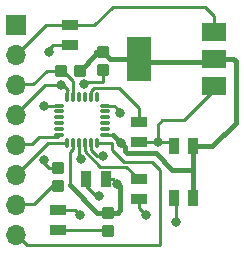
<source format=gtl>
G04 #@! TF.GenerationSoftware,KiCad,Pcbnew,7.0.1*
G04 #@! TF.CreationDate,2023-04-20T12:55:15+02:00*
G04 #@! TF.ProjectId,MPU,4d50552e-6b69-4636-9164-5f7063625858,version_01*
G04 #@! TF.SameCoordinates,Original*
G04 #@! TF.FileFunction,Copper,L1,Top*
G04 #@! TF.FilePolarity,Positive*
%FSLAX46Y46*%
G04 Gerber Fmt 4.6, Leading zero omitted, Abs format (unit mm)*
G04 Created by KiCad (PCBNEW 7.0.1) date 2023-04-20 12:55:15*
%MOMM*%
%LPD*%
G01*
G04 APERTURE LIST*
G04 Aperture macros list*
%AMRoundRect*
0 Rectangle with rounded corners*
0 $1 Rounding radius*
0 $2 $3 $4 $5 $6 $7 $8 $9 X,Y pos of 4 corners*
0 Add a 4 corners polygon primitive as box body*
4,1,4,$2,$3,$4,$5,$6,$7,$8,$9,$2,$3,0*
0 Add four circle primitives for the rounded corners*
1,1,$1+$1,$2,$3*
1,1,$1+$1,$4,$5*
1,1,$1+$1,$6,$7*
1,1,$1+$1,$8,$9*
0 Add four rect primitives between the rounded corners*
20,1,$1+$1,$2,$3,$4,$5,0*
20,1,$1+$1,$4,$5,$6,$7,0*
20,1,$1+$1,$6,$7,$8,$9,0*
20,1,$1+$1,$8,$9,$2,$3,0*%
G04 Aperture macros list end*
G04 #@! TA.AperFunction,SMDPad,CuDef*
%ADD10R,2.000000X1.500000*%
G04 #@! TD*
G04 #@! TA.AperFunction,SMDPad,CuDef*
%ADD11R,2.000000X3.800000*%
G04 #@! TD*
G04 #@! TA.AperFunction,SMDPad,CuDef*
%ADD12RoundRect,0.094000X-0.416000X0.376000X-0.416000X-0.376000X0.416000X-0.376000X0.416000X0.376000X0*%
G04 #@! TD*
G04 #@! TA.AperFunction,SMDPad,CuDef*
%ADD13R,1.470000X0.970000*%
G04 #@! TD*
G04 #@! TA.AperFunction,SMDPad,CuDef*
%ADD14R,0.970000X1.470000*%
G04 #@! TD*
G04 #@! TA.AperFunction,SMDPad,CuDef*
%ADD15RoundRect,0.094000X0.376000X0.416000X-0.376000X0.416000X-0.376000X-0.416000X0.376000X-0.416000X0*%
G04 #@! TD*
G04 #@! TA.AperFunction,SMDPad,CuDef*
%ADD16RoundRect,0.075000X-0.350000X-0.075000X0.350000X-0.075000X0.350000X0.075000X-0.350000X0.075000X0*%
G04 #@! TD*
G04 #@! TA.AperFunction,SMDPad,CuDef*
%ADD17RoundRect,0.075000X0.075000X-0.350000X0.075000X0.350000X-0.075000X0.350000X-0.075000X-0.350000X0*%
G04 #@! TD*
G04 #@! TA.AperFunction,ComponentPad*
%ADD18O,1.700000X1.700000*%
G04 #@! TD*
G04 #@! TA.AperFunction,ComponentPad*
%ADD19R,1.700000X1.700000*%
G04 #@! TD*
G04 #@! TA.AperFunction,ViaPad*
%ADD20C,0.800000*%
G04 #@! TD*
G04 #@! TA.AperFunction,Conductor*
%ADD21C,0.250000*%
G04 #@! TD*
G04 #@! TA.AperFunction,Conductor*
%ADD22C,0.400000*%
G04 #@! TD*
G04 APERTURE END LIST*
D10*
X90750000Y-53100000D03*
D11*
X84450000Y-55400000D03*
D10*
X90750000Y-55400000D03*
X90750000Y-57700000D03*
D12*
X77600000Y-64600000D03*
X77600000Y-66180000D03*
D13*
X78600000Y-52570000D03*
X78600000Y-54230000D03*
D12*
X81800000Y-69990000D03*
X81800000Y-68410000D03*
D14*
X87370000Y-67200000D03*
X89030000Y-67200000D03*
D13*
X84400000Y-65600000D03*
X84400000Y-67260000D03*
D12*
X81400000Y-54800000D03*
X81400000Y-56380000D03*
D14*
X79970000Y-65600000D03*
X81630000Y-65600000D03*
D15*
X79390000Y-56400000D03*
X77810000Y-56400000D03*
D13*
X77600000Y-68200000D03*
X77600000Y-69860000D03*
D16*
X77650000Y-59350000D03*
X77650000Y-59850000D03*
X77650000Y-60350000D03*
X77650000Y-60850000D03*
X77650000Y-61350000D03*
X77650000Y-61850000D03*
D17*
X78350000Y-62550000D03*
X78850000Y-62550000D03*
X79350000Y-62550000D03*
X79850000Y-62550000D03*
X80350000Y-62550000D03*
X80850000Y-62550000D03*
D16*
X81550000Y-61850000D03*
X81550000Y-61350000D03*
X81550000Y-60850000D03*
X81550000Y-60350000D03*
X81550000Y-59850000D03*
X81550000Y-59350000D03*
D17*
X80850000Y-58650000D03*
X80350000Y-58650000D03*
X79850000Y-58650000D03*
X79350000Y-58650000D03*
X78850000Y-58650000D03*
X78350000Y-58650000D03*
D14*
X87370000Y-62800000D03*
X89030000Y-62800000D03*
D18*
X74000000Y-70340000D03*
X74000000Y-67800000D03*
X74000000Y-65260000D03*
X74000000Y-62720000D03*
X74000000Y-60180000D03*
X74000000Y-57640000D03*
X74000000Y-55100000D03*
D19*
X74000000Y-52560000D03*
D13*
X84400000Y-60770000D03*
X84400000Y-62430000D03*
D20*
X79499160Y-63900840D03*
X81000000Y-67000000D03*
X82600000Y-66000000D03*
X82900450Y-62565048D03*
X76800000Y-54800000D03*
X76400000Y-64000000D03*
X76400000Y-59350000D03*
X86000000Y-62400000D03*
X79400000Y-68600000D03*
X81400000Y-63600000D03*
X82800000Y-60000000D03*
X87600000Y-69200000D03*
X85000000Y-68600000D03*
X77800000Y-57600000D03*
X79806307Y-57508329D03*
D21*
X76710000Y-62550000D02*
X74000000Y-65260000D01*
X78350000Y-62550000D02*
X76710000Y-62550000D01*
X90750000Y-51750000D02*
X90750000Y-53100000D01*
X82200000Y-51000000D02*
X90000000Y-51000000D01*
X80630000Y-52570000D02*
X82200000Y-51000000D01*
X78600000Y-52570000D02*
X80630000Y-52570000D01*
X90000000Y-51000000D02*
X90750000Y-51750000D01*
X76530000Y-52570000D02*
X78600000Y-52570000D01*
X74000000Y-55100000D02*
X76530000Y-52570000D01*
D22*
X87245500Y-64800000D02*
X89030000Y-64800000D01*
X83200000Y-63200000D02*
X83400000Y-63400000D01*
X83400000Y-63400000D02*
X85845500Y-63400000D01*
X83200000Y-62832088D02*
X83200000Y-63200000D01*
X85845500Y-63400000D02*
X87245500Y-64800000D01*
X82217912Y-61850000D02*
X83200000Y-62832088D01*
X82185402Y-61850000D02*
X82217912Y-61850000D01*
D21*
X90750000Y-58050000D02*
X90750000Y-57700000D01*
X88200000Y-60600000D02*
X90750000Y-58050000D01*
X86000000Y-61000000D02*
X86400000Y-60600000D01*
X86400000Y-60600000D02*
X88200000Y-60600000D01*
X86000000Y-62400000D02*
X86000000Y-61000000D01*
X80350000Y-58159315D02*
X80350000Y-58650000D01*
X80609315Y-57900000D02*
X80350000Y-58159315D01*
X82700000Y-57900000D02*
X80609315Y-57900000D01*
X84400000Y-59600000D02*
X82700000Y-57900000D01*
X84400000Y-60770000D02*
X84400000Y-59600000D01*
X87000000Y-62430000D02*
X84400000Y-62430000D01*
X87370000Y-62800000D02*
X87000000Y-62430000D01*
X78600000Y-63290685D02*
X78600000Y-66100000D01*
X79400000Y-63600000D02*
X79499160Y-63699160D01*
X79499160Y-63699160D02*
X79499160Y-63900840D01*
X79350000Y-63550000D02*
X79400000Y-63600000D01*
X79350000Y-62550000D02*
X79350000Y-63550000D01*
X81162919Y-64540000D02*
X79850000Y-63227081D01*
X79850000Y-63227081D02*
X79850000Y-62550000D01*
X83340000Y-64540000D02*
X81162919Y-64540000D01*
X84400000Y-65600000D02*
X83340000Y-64540000D01*
X87600000Y-67430000D02*
X87370000Y-67200000D01*
X87600000Y-69200000D02*
X87600000Y-67430000D01*
X78850000Y-63040685D02*
X78850000Y-62550000D01*
X78600000Y-63290685D02*
X78850000Y-63040685D01*
X80800000Y-67000000D02*
X81000000Y-67000000D01*
X79970000Y-66170000D02*
X80800000Y-67000000D01*
X79970000Y-65600000D02*
X79970000Y-66170000D01*
D22*
X81800000Y-68410000D02*
X82400000Y-68410000D01*
X80800000Y-55000000D02*
X80800000Y-54800000D01*
X92400000Y-55400000D02*
X90750000Y-55400000D01*
D21*
X81550000Y-61850000D02*
X82185402Y-61850000D01*
D22*
X89030000Y-64800000D02*
X89030000Y-67200000D01*
X81400000Y-54800000D02*
X82000000Y-55400000D01*
D21*
X82600000Y-66000000D02*
X82200000Y-65600000D01*
D22*
X80910000Y-68410000D02*
X81800000Y-68410000D01*
D21*
X82200000Y-65600000D02*
X81630000Y-65600000D01*
X82800000Y-66200000D02*
X82600000Y-66000000D01*
D22*
X90600000Y-62800000D02*
X92600000Y-60800000D01*
X80800000Y-54800000D02*
X81400000Y-54800000D01*
X79400000Y-56400000D02*
X80800000Y-55000000D01*
X78600000Y-66100000D02*
X80910000Y-68410000D01*
X92600000Y-55600000D02*
X92400000Y-55400000D01*
D21*
X79390000Y-56400000D02*
X79400000Y-56400000D01*
D22*
X92600000Y-60800000D02*
X92600000Y-55600000D01*
X82590000Y-68410000D02*
X82800000Y-68200000D01*
X89030000Y-62800000D02*
X90600000Y-62800000D01*
X82400000Y-68410000D02*
X82590000Y-68410000D01*
X90522544Y-55627456D02*
X84677456Y-55627456D01*
X82000000Y-55400000D02*
X84450000Y-55400000D01*
X82400000Y-68410000D02*
X82610000Y-68410000D01*
X89030000Y-62800000D02*
X89030000Y-64800000D01*
D21*
X84677456Y-55627456D02*
X84450000Y-55400000D01*
D22*
X82800000Y-68200000D02*
X82800000Y-66200000D01*
D21*
X90750000Y-55400000D02*
X90522544Y-55627456D01*
X81800000Y-69990000D02*
X81670000Y-69860000D01*
X81670000Y-69860000D02*
X77600000Y-69860000D01*
X80350000Y-63090685D02*
X80859315Y-63600000D01*
X80350000Y-62550000D02*
X80350000Y-63090685D01*
X77600000Y-68200000D02*
X79000000Y-68200000D01*
X77600000Y-64600000D02*
X76800000Y-64600000D01*
X76800000Y-54600000D02*
X76800000Y-54800000D01*
X76400000Y-64200000D02*
X76400000Y-64000000D01*
X77650000Y-59350000D02*
X76400000Y-59350000D01*
X76800000Y-64600000D02*
X76400000Y-64200000D01*
X80859315Y-63600000D02*
X81200000Y-63600000D01*
X82800000Y-59800000D02*
X82800000Y-60000000D01*
X82350000Y-59350000D02*
X82800000Y-59800000D01*
X84400000Y-68000000D02*
X85000000Y-68600000D01*
X81550000Y-59350000D02*
X82350000Y-59350000D01*
X79000000Y-68200000D02*
X79200000Y-68400000D01*
X84400000Y-67260000D02*
X84400000Y-68000000D01*
X81200000Y-63600000D02*
X81400000Y-63600000D01*
X77170000Y-54230000D02*
X76800000Y-54600000D01*
X79200000Y-68400000D02*
X79400000Y-68600000D01*
X78600000Y-54230000D02*
X77170000Y-54230000D01*
X78000000Y-56400000D02*
X77810000Y-56400000D01*
X78850000Y-58650000D02*
X78850000Y-57250000D01*
X74000000Y-57540000D02*
X75460000Y-57540000D01*
X78850000Y-57250000D02*
X78000000Y-56400000D01*
X75460000Y-57540000D02*
X76600000Y-56400000D01*
X76724500Y-56400000D02*
X77810000Y-56400000D01*
X81400000Y-57400000D02*
X80000000Y-57400000D01*
X78000000Y-57600000D02*
X78400000Y-58000000D01*
X79914636Y-57400000D02*
X79806307Y-57508329D01*
X80000000Y-57400000D02*
X79914636Y-57400000D01*
X76480000Y-57600000D02*
X74000000Y-60080000D01*
X78350000Y-58050000D02*
X78350000Y-58650000D01*
X77800000Y-57600000D02*
X76480000Y-57600000D01*
X77800000Y-57600000D02*
X78000000Y-57600000D01*
X81400000Y-56380000D02*
X81400000Y-57400000D01*
X78400000Y-58000000D02*
X78350000Y-58050000D01*
X74000000Y-62620000D02*
X75380000Y-62620000D01*
X75380000Y-62620000D02*
X76000000Y-62000000D01*
X76000000Y-62000000D02*
X77500000Y-62000000D01*
X77500000Y-62000000D02*
X77650000Y-61850000D01*
X77600000Y-66180000D02*
X77020000Y-66180000D01*
X77020000Y-66180000D02*
X76400000Y-66800000D01*
X76400000Y-66800000D02*
X75500000Y-67700000D01*
X75500000Y-67700000D02*
X74000000Y-67700000D01*
X74960000Y-71200000D02*
X74000000Y-70240000D01*
X85490000Y-64090000D02*
X86200000Y-64800000D01*
X82175450Y-62550000D02*
X82175450Y-63111846D01*
X86200000Y-71200000D02*
X74960000Y-71200000D01*
X83153604Y-64090000D02*
X85490000Y-64090000D01*
X82175450Y-63111846D02*
X83153604Y-64090000D01*
X80850000Y-62550000D02*
X82175450Y-62550000D01*
X86200000Y-64800000D02*
X86200000Y-71200000D01*
M02*

</source>
